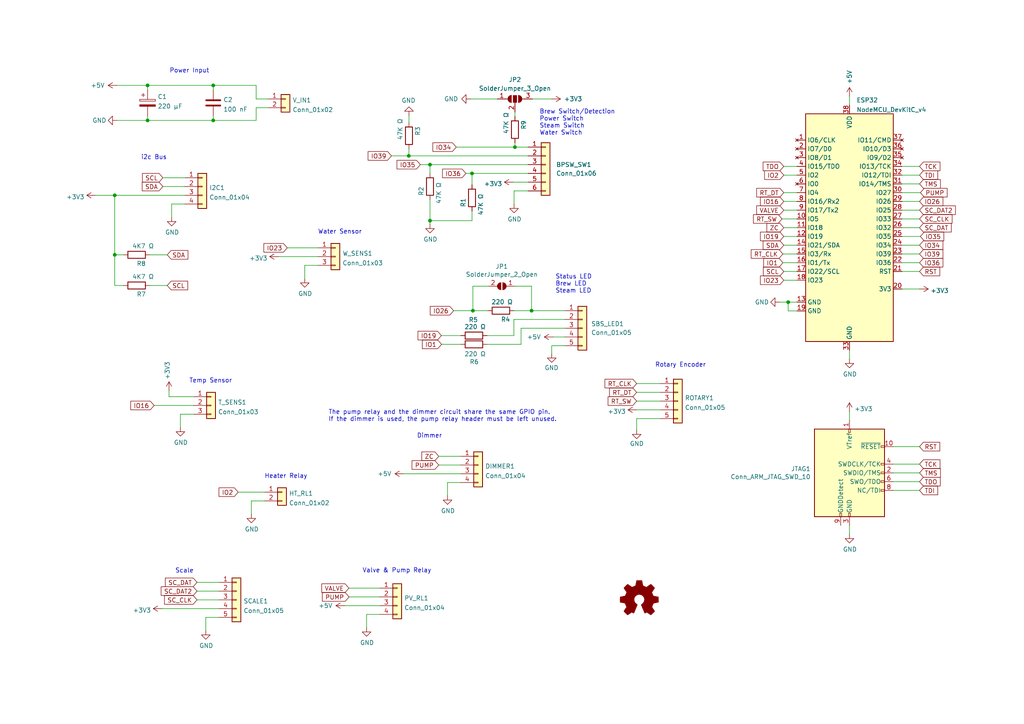
<source format=kicad_sch>
(kicad_sch (version 20230121) (generator eeschema)
  (paper "A4")
  (title_block (title "ESP32 Breakout Board") (date "2023-12-26") (rev "1.6") (company "CleverCoffee "))
  (lib_symbols
    (symbol "Conn_01x04_1" (pin_names (offset 1.016) hide)
      (property "Reference" "J" (at 0 5.08 0))
      (property "Value" "Conn_01x04_1" (at 0 -7.62 0))
      (symbol "Conn_01x04_1_1_1"
        (rectangle (start -1.27 -4.953) (end 0 -5.207) (stroke (width 0.1524)))
        (rectangle (start -1.27 -2.413) (end 0 -2.667) (stroke (width 0.1524)))
        (rectangle (start -1.27 0.127) (end 0 -0.127) (stroke (width 0.1524)))
        (rectangle (start -1.27 2.667) (end 0 2.413) (stroke (width 0.1524)))
        (rectangle (start -1.27 3.81) (end 1.27 -6.35) (stroke (width 0.254)) (fill (type background)))
        (pin passive line (at -5.08 2.54 0) (length 3.81) (name "Pin_1") (number "1"))
        (pin passive line (at -5.08 0 0) (length 3.81) (name "Pin_2") (number "2"))
        (pin passive line (at -5.08 -2.54 0) (length 3.81) (name "Pin_3") (number "3"))
        (pin passive line (at -5.08 -5.08 0) (length 3.81) (name "Pin_4") (number "4"))
      )
    )
    (symbol "Connector:Conn_ARM_JTAG_SWD_10" (pin_names (offset 1.016))
      (property "Reference" "J" (at -2.54 16.51 0))
      (property "Value" "Conn_ARM_JTAG_SWD_10" (at -2.54 13.97 0))
      (symbol "Conn_ARM_JTAG_SWD_10_0_1"
        (rectangle (start -10.16 12.7) (end 10.16 -12.7) (stroke (width 0.254)) (fill (type background)))
        (rectangle (start -2.794 -12.7) (end -2.286 -11.684))
        (rectangle (start -0.254 -12.7) (end 0.254 -11.684))
        (rectangle (start -0.254 12.7) (end 0.254 11.684))
        (rectangle (start 9.144 2.286) (end 10.16 2.794))
        (rectangle (start 10.16 -2.794) (end 9.144 -2.286))
        (rectangle (start 10.16 -0.254) (end 9.144 0.254))
        (rectangle (start 10.16 7.874) (end 9.144 7.366))
      )
      (symbol "Conn_ARM_JTAG_SWD_10_1_1"
        (rectangle (start 9.144 -5.334) (end 10.16 -4.826))
        (pin power_in line (at 0 15.24 270) (length 2.54) (name "VTref") (number "1"))
        (pin open_collector line (at 12.7 7.62 180) (length 2.54) (name "~{RESET}") (number "10"))
        (pin bidirectional line (at 12.7 0 180) (length 2.54) (name "SWDIO/TMS") (number "2"))
        (pin power_in line (at 0 -15.24 90) (length 2.54) (name "GND") (number "3"))
        (pin output line (at 12.7 2.54 180) (length 2.54) (name "SWDCLK/TCK") (number "4"))
        (pin passive line (at 0 -15.24 90) (length 2.54) hide (name "GND") (number "5"))
        (pin input line (at 12.7 -2.54 180) (length 2.54) (name "SWO/TDO") (number "6"))
        (pin no_connect line (at -10.16 0 0) (length 2.54) hide (name "KEY") (number "7"))
        (pin output line (at 12.7 -5.08 180) (length 2.54) (name "NC/TDI") (number "8"))
        (pin passive line (at -2.54 -15.24 90) (length 2.54) (name "GNDDetect") (number "9"))
      )
    )
    (symbol "Connector_Generic:Conn_01x02" (pin_names (offset 1.016) hide)
      (property "Reference" "J" (at 0 2.54 0))
      (property "Value" "Conn_01x02" (at 0 -5.08 0))
      (symbol "Conn_01x02_1_1"
        (rectangle (start -1.27 -2.413) (end 0 -2.667) (stroke (width 0.1524)))
        (rectangle (start -1.27 0.127) (end 0 -0.127) (stroke (width 0.1524)))
        (rectangle (start -1.27 1.27) (end 1.27 -3.81) (stroke (width 0.254)) (fill (type background)))
        (pin passive line (at -5.08 0 0) (length 3.81) (name "Pin_1") (number "1"))
        (pin passive line (at -5.08 -2.54 0) (length 3.81) (name "Pin_2") (number "2"))
      )
    )
    (symbol "Connector_Generic:Conn_01x03" (pin_names (offset 1.016) hide)
      (property "Reference" "J" (at 0 5.08 0))
      (property "Value" "Conn_01x03" (at 0 -5.08 0))
      (symbol "Conn_01x03_1_1"
        (rectangle (start -1.27 -2.413) (end 0 -2.667) (stroke (width 0.1524)))
        (rectangle (start -1.27 0.127) (end 0 -0.127) (stroke (width 0.1524)))
        (rectangle (start -1.27 2.667) (end 0 2.413) (stroke (width 0.1524)))
        (rectangle (start -1.27 3.81) (end 1.27 -3.81) (stroke (width 0.254)) (fill (type background)))
        (pin passive line (at -5.08 2.54 0) (length 3.81) (name "Pin_1") (number "1"))
        (pin passive line (at -5.08 0 0) (length 3.81) (name "Pin_2") (number "2"))
        (pin passive line (at -5.08 -2.54 0) (length 3.81) (name "Pin_3") (number "3"))
      )
    )
    (symbol "Connector_Generic:Conn_01x04" (pin_names (offset 1.016) hide)
      (property "Reference" "J" (at 0 5.08 0))
      (property "Value" "Conn_01x04" (at 0 -7.62 0))
      (symbol "Conn_01x04_1_1"
        (rectangle (start -1.27 -4.953) (end 0 -5.207) (stroke (width 0.1524)))
        (rectangle (start -1.27 -2.413) (end 0 -2.667) (stroke (width 0.1524)))
        (rectangle (start -1.27 0.127) (end 0 -0.127) (stroke (width 0.1524)))
        (rectangle (start -1.27 2.667) (end 0 2.413) (stroke (width 0.1524)))
        (rectangle (start -1.27 3.81) (end 1.27 -6.35) (stroke (width 0.254)) (fill (type background)))
        (pin passive line (at -5.08 2.54 0) (length 3.81) (name "Pin_1") (number "1"))
        (pin passive line (at -5.08 0 0) (length 3.81) (name "Pin_2") (number "2"))
        (pin passive line (at -5.08 -2.54 0) (length 3.81) (name "Pin_3") (number "3"))
        (pin passive line (at -5.08 -5.08 0) (length 3.81) (name "Pin_4") (number "4"))
      )
    )
    (symbol "Connector_Generic:Conn_01x05" (pin_names (offset 1.016) hide)
      (property "Reference" "J" (at 0 7.62 0))
      (property "Value" "Conn_01x05" (at 0 -7.62 0))
      (symbol "Conn_01x05_1_1"
        (rectangle (start -1.27 -4.953) (end 0 -5.207) (stroke (width 0.1524)))
        (rectangle (start -1.27 -2.413) (end 0 -2.667) (stroke (width 0.1524)))
        (rectangle (start -1.27 0.127) (end 0 -0.127) (stroke (width 0.1524)))
        (rectangle (start -1.27 2.667) (end 0 2.413) (stroke (width 0.1524)))
        (rectangle (start -1.27 5.207) (end 0 4.953) (stroke (width 0.1524)))
        (rectangle (start -1.27 6.35) (end 1.27 -6.35) (stroke (width 0.254)) (fill (type background)))
        (pin passive line (at -5.08 5.08 0) (length 3.81) (name "Pin_1") (number "1"))
        (pin passive line (at -5.08 2.54 0) (length 3.81) (name "Pin_2") (number "2"))
        (pin passive line (at -5.08 0 0) (length 3.81) (name "Pin_3") (number "3"))
        (pin passive line (at -5.08 -2.54 0) (length 3.81) (name "Pin_4") (number "4"))
        (pin passive line (at -5.08 -5.08 0) (length 3.81) (name "Pin_5") (number "5"))
      )
    )
    (symbol "Connector_Generic:Conn_01x06" (pin_names (offset 1.016) hide)
      (property "Reference" "J" (at 0 7.62 0))
      (property "Value" "Conn_01x06" (at 0 -10.16 0))
      (symbol "Conn_01x06_1_1"
        (rectangle (start -1.27 -7.493) (end 0 -7.747) (stroke (width 0.1524)))
        (rectangle (start -1.27 -4.953) (end 0 -5.207) (stroke (width 0.1524)))
        (rectangle (start -1.27 -2.413) (end 0 -2.667) (stroke (width 0.1524)))
        (rectangle (start -1.27 0.127) (end 0 -0.127) (stroke (width 0.1524)))
        (rectangle (start -1.27 2.667) (end 0 2.413) (stroke (width 0.1524)))
        (rectangle (start -1.27 5.207) (end 0 4.953) (stroke (width 0.1524)))
        (rectangle (start -1.27 6.35) (end 1.27 -8.89) (stroke (width 0.254)) (fill (type background)))
        (pin passive line (at -5.08 5.08 0) (length 3.81) (name "Pin_1") (number "1"))
        (pin passive line (at -5.08 2.54 0) (length 3.81) (name "Pin_2") (number "2"))
        (pin passive line (at -5.08 0 0) (length 3.81) (name "Pin_3") (number "3"))
        (pin passive line (at -5.08 -2.54 0) (length 3.81) (name "Pin_4") (number "4"))
        (pin passive line (at -5.08 -5.08 0) (length 3.81) (name "Pin_5") (number "5"))
        (pin passive line (at -5.08 -7.62 0) (length 3.81) (name "Pin_6") (number "6"))
      )
    )
    (symbol "Device:C" (pin_numbers hide) (pin_names (offset 0.254))
      (property "Reference" "C" (at 0.635 2.54 0))
      (property "Value" "C" (at 0.635 -2.54 0))
      (symbol "C_0_1"
        (polyline (pts (xy -2.032 -0.762) (xy 2.032 -0.762)) (stroke (width 0.508)))
        (polyline (pts (xy -2.032 0.762) (xy 2.032 0.762)) (stroke (width 0.508)))
      )
      (symbol "C_1_1"
        (pin passive line (at 0 3.81 270) (length 2.794) (name "~") (number "1"))
        (pin passive line (at 0 -3.81 90) (length 2.794) (name "~") (number "2"))
      )
    )
    (symbol "Device:C_Polarized" (pin_numbers hide) (pin_names (offset 0.254))
      (property "Reference" "C" (at 0.635 2.54 0))
      (property "Value" "C_Polarized" (at 0.635 -2.54 0))
      (symbol "C_Polarized_0_1"
        (rectangle (start -2.286 0.508) (end 2.286 1.016))
        (polyline (pts (xy -1.778 2.286) (xy -0.762 2.286)))
        (polyline (pts (xy -1.27 2.794) (xy -1.27 1.778)))
        (rectangle (start 2.286 -0.508) (end -2.286 -1.016) (fill (type outline)))
      )
      (symbol "C_Polarized_1_1"
        (pin passive line (at 0 3.81 270) (length 2.794) (name "~") (number "1"))
        (pin passive line (at 0 -3.81 90) (length 2.794) (name "~") (number "2"))
      )
    )
    (symbol "Device:R" (pin_numbers hide) (pin_names (offset 0))
      (property "Reference" "R" (at 2.032 0 90))
      (property "Value" "R" (at 0 0 90))
      (symbol "R_0_1"
        (rectangle (start -1.016 -2.54) (end 1.016 2.54) (stroke (width 0.254)))
      )
      (symbol "R_1_1"
        (pin passive line (at 0 3.81 270) (length 1.27) (name "~") (number "1"))
        (pin passive line (at 0 -3.81 90) (length 1.27) (name "~") (number "2"))
      )
    )
    (symbol "Graphic:Logo_Open_Hardware_Small" (pin_names (offset 1.016))
      (symbol "Logo_Open_Hardware_Small_0_1"
        (polyline (pts (xy 3.3528 -4.3434) (xy 3.302 -4.318) (xy 3.175 -4.2418) (xy 2.9972 -4.1148) (xy 2.7686 -3.9624) (xy 2.54 -3.81) (xy 2.3622 -3.7084) (xy 2.2352 -3.6068) (xy 2.1844 -3.5814) (xy 2.159 -3.6068) (xy 2.0574 -3.6576) (xy 1.905 -3.7338) (xy 1.8034 -3.7846) (xy 1.6764 -3.8354) (xy 1.6002 -3.8354) (xy 1.6002 -3.8354) (xy 1.5494 -3.7338) (xy 1.4732 -3.5306) (xy 1.3462 -3.302) (xy 1.2446 -3.0226) (xy 1.1176 -2.7178) (xy 0.9652 -2.413) (xy 0.8636 -2.1082) (xy 0.7366 -1.8288) (xy 0.6604 -1.6256) (xy 0.6096 -1.4732) (xy 0.5842 -1.397) (xy 0.5842 -1.397) (xy 0.6604 -1.3208) (xy 0.7874 -1.2446) (xy 1.0414 -1.016) (xy 1.2954 -0.6858) (xy 1.4478 -0.3302) (xy 1.524 0.0762) (xy 1.4732 0.4572) (xy 1.3208 0.8128) (xy 1.0668 1.143) (xy 0.762 1.3716) (xy 0.4064 1.524) (xy 0 1.5748) (xy -0.381 1.5494) (xy -0.7366 1.397) (xy -1.0668 1.143) (xy -1.2192 0.9906) (xy -1.397 0.6604) (xy -1.524 0.3048) (xy -1.524 0.2286) (xy -1.4986 -0.1778) (xy -1.397 -0.5334) (xy -1.1938 -0.8636) (xy -0.9144 -1.143) (xy -0.8636 -1.1684) (xy -0.7366 -1.27) (xy -0.635 -1.3462) (xy -0.5842 -1.397) (xy -1.0668 -2.5908) (xy -1.143 -2.794) (xy -1.2954 -3.1242) (xy -1.397 -3.4036) (xy -1.4986 -3.6322) (xy -1.5748 -3.7846) (xy -1.6002 -3.8354) (xy -1.6002 -3.8354) (xy -1.651 -3.8354) (xy -1.7272 -3.81) (xy -1.905 -3.7338) (xy -2.0066 -3.683) (xy -2.1336 -3.6068) (xy -2.2098 -3.5814) (xy -2.2606 -3.6068) (xy -2.3622 -3.683) (xy -2.54 -3.81) (xy -2.7686 -3.9624) (xy -2.9718 -4.0894) (xy -3.1496 -4.2164) (xy -3.302 -4.318) (xy -3.3528 -4.3434) (xy -3.3782 -4.3434) (xy -3.429 -4.318) (xy -3.5306 -4.2164) (xy -3.7084 -4.064) (xy -3.937 -3.8354) (xy -3.9624 -3.81) (xy -4.1656 -3.6068) (xy -4.318 -3.4544) (xy -4.4196 -3.3274) (xy -4.445 -3.2766) (xy -4.445 -3.2766) (xy -4.4196 -3.2258) (xy -4.318 -3.0734) (xy -4.2164 -2.8956) (xy -4.064 -2.667) (xy -3.6576 -2.0828) (xy -3.8862 -1.5494) (xy -3.937 -1.3716) (xy -4.0386 -1.1684) (xy -4.0894 -1.0414) (xy -4.1148 -0.9652) (xy -4.191 -0.9398) (xy -4.318 -0.9144) (xy -4.5466 -0.8636) (xy -4.8006 -0.8128) (xy -5.0546 -0.7874) (xy -5.2578 -0.7366) (xy -5.4356 -0.7112) (xy -5.5118 -0.6858) (xy -5.5118 -0.6858) (xy -5.5372 -0.635) (xy -5.5372 -0.5588) (xy -5.5372 -0.4318) (xy -5.5626 -0.2286) (xy -5.5626 0.0762) (xy -5.5626 0.127) (xy -5.5372 0.4064) (xy -5.5372 0.635) (xy -5.5372 0.762) (xy -5.5372 0.8382) (xy -5.5372 0.8382) (xy -5.461 0.8382) (xy -5.3086 0.889) (xy -5.08 0.9144) (xy -4.826 0.9652) (xy -4.8006 0.9906) (xy -4.5466 1.0414) (xy -4.318 1.0668) (xy -4.1656 1.1176) (xy -4.0894 1.143) (xy -4.0894 1.143) (xy -4.0386 1.2446) (xy -3.9624 1.4224) (xy -3.8608 1.6256) (xy -3.7846 1.8288) (xy -3.7084 2.0066) (xy -3.6576 2.159) (xy -3.6322 2.2098) (xy -3.6322 2.2098) (xy -3.683 2.286) (xy -3.7592 2.413) (xy -3.8862 2.5908) (xy -4.064 2.8194) (xy -4.064 2.8448) (xy -4.2164 3.0734) (xy -4.3434 3.2512) (xy -4.4196 3.3782) (xy -4.445 3.4544) (xy -4.445 3.4544) (xy -4.3942 3.5052) (xy -4.2926 3.6322) (xy -4.1148 3.81) (xy -3.937 4.0132) (xy -3.8608 4.064) (xy -3.6576 4.2926) (xy -3.5052 4.4196) (xy -3.4036 4.4958) (xy -3.3528 4.5212) (xy -3.3528 4.5212) (xy -3.302 4.4704) (xy -3.1496 4.3688) (xy -2.9718 4.2418) (xy -2.7432 4.0894) (xy -2.7178 4.0894) (xy -2.4892 3.937) (xy -2.3114 3.81) (xy -2.1844 3.7084) (xy -2.1336 3.683) (xy -2.1082 3.683) (xy -2.032 3.7084) (xy -1.8542 3.7592) (xy -1.6764 3.8354) (xy -1.4732 3.937) (xy -1.27 4.0132) (xy -1.143 4.064) (xy -1.0668 4.1148) (xy -1.0668 4.1148) (xy -1.0414 4.191) (xy -1.016 4.3434) (xy -0.9652 4.572) (xy -0.9144 4.8514) (xy -0.889 4.9022) (xy -0.8382 5.1562) (xy -0.8128 5.3848) (xy -0.7874 5.5372) (xy -0.762 5.588) (xy -0.7112 5.6134) (xy -0.5842 5.6134) (xy -0.4064 5.6134) (xy -0.1524 5.6134) (xy 0.0762 5.6134) (xy 0.3302 5.6134) (xy 0.5334 5.6134) (xy 0.6858 5.588) (xy 0.7366 5.588) (xy 0.7366 5.588) (xy 0.762 5.5118) (xy 0.8128 5.334) (xy 0.8382 5.1054) (xy 0.9144 4.826) (xy 0.9144 4.7752) (xy 0.9652 4.5212) (xy 1.016 4.2926) (xy 1.0414 4.1402) (xy 1.0668 4.0894) (xy 1.0668 4.0894) (xy 1.1938 4.0386) (xy 1.3716 3.9624) (xy 1.5748 3.8608) (xy 2.0828 3.6576) (xy 2.7178 4.0894) (xy 2.7686 4.1402) (xy 2.9972 4.2926) (xy 3.175 4.4196) (xy 3.302 4.4958) (xy 3.3782 4.5212) (xy 3.3782 4.5212) (xy 3.429 4.4704) (xy 3.556 4.3434) (xy 3.7338 4.191) (xy 3.9116 3.9878) (xy 4.064 3.8354) (xy 4.2418 3.6576) (xy 4.3434 3.556) (xy 4.4196 3.4798) (xy 4.4196 3.429) (xy 4.4196 3.4036) (xy 4.3942 3.3274) (xy 4.2926 3.2004) (xy 4.1656 2.9972) (xy 4.0132 2.794) (xy 3.8862 2.5908) (xy 3.7592 2.3876) (xy 3.6576 2.2352) (xy 3.6322 2.159) (xy 3.6322 2.1336) (xy 3.683 2.0066) (xy 3.7592 1.8288) (xy 3.8608 1.6002) (xy 4.064 1.1176) (xy 4.3942 1.0414) (xy 4.5974 1.016) (xy 4.8768 0.9652) (xy 5.1308 0.9144) (xy 5.5372 0.8382) (xy 5.5626 -0.6604) (xy 5.4864 -0.6858) (xy 5.4356 -0.6858) (xy 5.2832 -0.7366) (xy 5.0546 -0.762) (xy 4.8006 -0.8128) (xy 4.5974 -0.8636) (xy 4.3688 -0.9144) (xy 4.2164 -0.9398) (xy 4.1402 -0.9398) (xy 4.1148 -0.9652) (xy 4.064 -1.0668) (xy 3.9878 -1.2446) (xy 3.9116 -1.4478) (xy 3.81 -1.651) (xy 3.7338 -1.8542) (xy 3.683 -2.0066) (xy 3.6576 -2.0828) (xy 3.683 -2.1336) (xy 3.7846 -2.2606) (xy 3.8862 -2.4638) (xy 4.0386 -2.667) (xy 4.191 -2.8956) (xy 4.318 -3.0734) (xy 4.3942 -3.2004) (xy 4.445 -3.2766) (xy 4.4196 -3.3274) (xy 4.3434 -3.429) (xy 4.1656 -3.5814) (xy 3.937 -3.8354) (xy 3.8862 -3.8608) (xy 3.683 -4.064) (xy 3.5306 -4.2164) (xy 3.4036 -4.318) (xy 3.3528 -4.3434)) (fill (type outline)))
      )
    )
    (symbol "Jumper:SolderJumper_2_Open" (pin_names (offset 0) hide)
      (property "Reference" "JP" (at 0 2.032 0))
      (property "Value" "SolderJumper_2_Open" (at 0 -2.54 0))
      (symbol "SolderJumper_2_Open_0_1"
        (arc (start -0.254 1.016) (mid -1.2656 0) (end -0.254 -1.016))
        (arc (start -0.254 1.016) (mid -1.2656 0) (end -0.254 -1.016) (fill (type outline)))
        (polyline (pts (xy -0.254 1.016) (xy -0.254 -1.016)))
        (polyline (pts (xy 0.254 1.016) (xy 0.254 -1.016)))
        (arc (start 0.254 -1.016) (mid 1.2656 0) (end 0.254 1.016))
        (arc (start 0.254 -1.016) (mid 1.2656 0) (end 0.254 1.016) (fill (type outline)))
      )
      (symbol "SolderJumper_2_Open_1_1"
        (pin passive line (at -3.81 0 0) (length 2.54) (name "A") (number "1"))
        (pin passive line (at 3.81 0 180) (length 2.54) (name "B") (number "2"))
      )
    )
    (symbol "Jumper:SolderJumper_3_Open" (pin_names (offset 0) hide)
      (property "Reference" "JP" (at -2.54 -2.54 0))
      (property "Value" "SolderJumper_3_Open" (at 0 2.794 0))
      (symbol "SolderJumper_3_Open_0_1"
        (arc (start -1.016 1.016) (mid -2.0276 0) (end -1.016 -1.016))
        (arc (start -1.016 1.016) (mid -2.0276 0) (end -1.016 -1.016) (fill (type outline)))
        (rectangle (start -0.508 1.016) (end 0.508 -1.016) (fill (type outline)))
        (polyline (pts (xy -2.54 0) (xy -2.032 0)))
        (polyline (pts (xy -1.016 1.016) (xy -1.016 -1.016)))
        (polyline (pts (xy 0 -1.27) (xy 0 -1.016)))
        (polyline (pts (xy 1.016 1.016) (xy 1.016 -1.016)))
        (polyline (pts (xy 2.54 0) (xy 2.032 0)))
        (arc (start 1.016 -1.016) (mid 2.0276 0) (end 1.016 1.016))
        (arc (start 1.016 -1.016) (mid 2.0276 0) (end 1.016 1.016) (fill (type outline)))
      )
      (symbol "SolderJumper_3_Open_1_1"
        (pin passive line (at -5.08 0 0) (length 2.54) (name "A") (number "1"))
        (pin passive line (at 0 -3.81 90) (length 2.54) (name "C") (number "2"))
        (pin passive line (at 5.08 0 180) (length 2.54) (name "B") (number "3"))
      )
    )
    (symbol "MCU_Espressif:NodeMCU_DevKitC_v4"
      (property "Reference" "ESP32" (at 2.0194 36.9865 0))
      (property "Value" "NodeMCU_DevKitC_v4" (at 2.0194 34.2114 0))
      (symbol "NodeMCU_DevKitC_v4_0_1"
        (rectangle (start -12.7 33.02) (end 12.7 -33.02) (stroke (width 0.254)) (fill (type background)))
      )
      (symbol "NodeMCU_DevKitC_v4_1_1"
        (pin no_connect line (at -15.24 25.4 0) (length 2.54) (name "IO6/CLK") (number "1"))
        (pin bidirectional line (at -15.24 2.54 0) (length 2.54) (name "IO5") (number "10"))
        (pin bidirectional line (at -15.24 0 0) (length 2.54) (name "IO18") (number "11"))
        (pin bidirectional line (at -15.24 -2.54 0) (length 2.54) (name "IO19") (number "12"))
        (pin power_in line (at -15.24 -21.59 0) (length 2.54) (name "GND") (number "13"))
        (pin bidirectional line (at -15.24 -5.08 0) (length 2.54) (name "IO21/SDA") (number "14"))
        (pin bidirectional line (at -15.24 -7.62 0) (length 2.54) (name "IO3/Rx") (number "15"))
        (pin bidirectional line (at -15.24 -10.16 0) (length 2.54) (name "IO1/Tx") (number "16"))
        (pin bidirectional line (at -15.24 -12.7 0) (length 2.54) (name "IO22/SCL") (number "17"))
        (pin bidirectional line (at -15.24 -15.24 0) (length 2.54) (name "IO23") (number "18"))
        (pin power_in line (at -15.24 -24.13 0) (length 2.54) (name "GND") (number "19"))
        (pin no_connect line (at -15.24 22.86 0) (length 2.54) (name "IO7/D0") (number "2"))
        (pin power_out line (at 15.24 -17.78 180) (length 2.54) (name "3V3") (number "20"))
        (pin input line (at 15.24 -12.7 180) (length 2.54) (name "RST") (number "21"))
        (pin bidirectional line (at 15.24 -10.16 180) (length 2.54) (name "IO36") (number "22"))
        (pin bidirectional line (at 15.24 -7.62 180) (length 2.54) (name "IO39") (number "23"))
        (pin bidirectional line (at 15.24 -5.08 180) (length 2.54) (name "IO34") (number "24"))
        (pin bidirectional line (at 15.24 -2.54 180) (length 2.54) (name "IO35") (number "25"))
        (pin bidirectional line (at 15.24 0 180) (length 2.54) (name "IO32") (number "26"))
        (pin bidirectional line (at 15.24 2.54 180) (length 2.54) (name "IO33") (number "27"))
        (pin bidirectional line (at 15.24 5.08 180) (length 2.54) (name "IO25") (number "28"))
        (pin bidirectional line (at 15.24 7.62 180) (length 2.54) (name "IO26") (number "29"))
        (pin no_connect line (at -15.24 20.32 0) (length 2.54) (name "IO8/D1") (number "3"))
        (pin bidirectional line (at 15.24 10.16 180) (length 2.54) (name "IO27") (number "30"))
        (pin bidirectional line (at 15.24 12.7 180) (length 2.54) (name "IO14/TMS") (number "31"))
        (pin bidirectional line (at 15.24 15.24 180) (length 2.54) (name "IO12/TDI") (number "32"))
        (pin power_in line (at 0 -35.56 90) (length 2.54) (name "GND") (number "33"))
        (pin bidirectional line (at 15.24 17.78 180) (length 2.54) (name "IO13/TCK") (number "34"))
        (pin no_connect line (at 15.24 20.32 180) (length 2.54) (name "IO9/D2") (number "35"))
        (pin no_connect line (at 15.24 22.86 180) (length 2.54) (name "IO10/D3") (number "36"))
        (pin no_connect line (at 15.24 25.4 180) (length 2.54) (name "IO11/CMD") (number "37"))
        (pin power_in line (at 0 35.56 270) (length 2.54) (name "VDD") (number "38"))
        (pin bidirectional line (at -15.24 17.78 0) (length 2.54) (name "IO15/TDO") (number "4"))
        (pin bidirectional line (at -15.24 15.24 0) (length 2.54) (name "IO2") (number "5"))
        (pin no_connect line (at -15.24 12.7 0) (length 2.54) (name "IO0") (number "6"))
        (pin bidirectional line (at -15.24 10.16 0) (length 2.54) (name "IO4") (number "7"))
        (pin bidirectional line (at -15.24 7.62 0) (length 2.54) (name "IO16/Rx2") (number "8"))
        (pin bidirectional line (at -15.24 5.08 0) (length 2.54) (name "IO17/Tx2") (number "9"))
      )
    )
    (symbol "power:+3.3V" (power) (pin_names (offset 0))
      (property "Value" "+3.3V" (at 0 3.556 0))
      (symbol "+3.3V_0_1"
        (polyline (pts (xy -0.762 1.27) (xy 0 2.54)))
        (polyline (pts (xy 0 0) (xy 0 2.54)))
        (polyline (pts (xy 0 2.54) (xy 0.762 1.27)))
      )
      (symbol "+3.3V_1_1"
        (pin power_in line (at 0 0 90) (length 0) hide (name "+3V3") (number "1"))
      )
    )
    (symbol "power:+5V" (power) (pin_names (offset 0))
      (property "Value" "+5V" (at 0 3.556 0))
      (symbol "+5V_0_1"
        (polyline (pts (xy -0.762 1.27) (xy 0 2.54)))
        (polyline (pts (xy 0 0) (xy 0 2.54)))
        (polyline (pts (xy 0 2.54) (xy 0.762 1.27)))
      )
      (symbol "+5V_1_1"
        (pin power_in line (at 0 0 90) (length 0) hide (name "+5V") (number "1"))
      )
    )
    (symbol "power:GND" (power) (pin_names (offset 0))
      (property "Value" "GND" (at 0 -3.81 0))
      (symbol "GND_0_1"
        (polyline (pts (xy 0 0) (xy 0 -1.27) (xy 1.27 -1.27) (xy 0 -2.54) (xy -1.27 -1.27) (xy 0 -1.27)))
      )
      (symbol "GND_1_1"
        (pin power_in line (at 0 0 270) (length 0) hide (name "GND") (number "1"))
      )
    )
  )
  (junction (at 124.714 64.008))
  (junction (at 228.6 87.63))
  (junction (at 61.849 34.925))
  (junction (at 136.906 50.292))
  (junction (at 137.16 90.1192))
  (junction (at 118.5672 45.212))
  (junction (at 149.352 42.672))
  (junction (at 61.849 24.765))
  (junction (at 33.274 73.914))
  (junction (at 42.799 24.765))
  (junction (at 124.714 47.752))
  (junction (at 42.799 34.925))
  (junction (at 33.274 56.642))
  (junction (at 154.178 90.1192))
  (wire (pts (xy 118.618 43.18) (xy 118.5672 45.212)))
  (wire (pts (xy 131.572 90.1192) (xy 137.16 90.1192)))
  (wire (pts (xy 83.312 71.882) (xy 92.202 71.882)))
  (wire (pts (xy 59.69 179.07) (xy 59.69 182.88)))
  (wire (pts (xy 44.704 117.602) (xy 56.134 117.602)))
  (wire (pts (xy 191.516 111.252) (xy 184.658 111.252)))
  (wire (pts (xy 226.06 87.63) (xy 228.6 87.63)))
  (wire (pts (xy 33.274 73.914) (xy 33.274 82.804)))
  (wire (pts (xy 154.178 83.0072) (xy 154.178 90.1192)))
  (wire (pts (xy 151.13 95.1992) (xy 163.83 95.1992)))
  (wire (pts (xy 99.9744 175.6664) (xy 110.1344 175.6664)))
  (wire (pts (xy 77.724 31.242) (xy 74.295 31.242)))
  (wire (pts (xy 61.849 24.765) (xy 61.849 26.035)))
  (wire (pts (xy 88.392 76.962) (xy 92.202 76.962)))
  (wire (pts (xy 137.16 83.0072) (xy 137.16 90.1192)))
  (wire (pts (xy 184.658 116.332) (xy 191.516 116.332)))
  (wire (pts (xy 47.244 54.102) (xy 53.594 54.102)))
  (wire (pts (xy 42.799 34.925) (xy 61.849 34.925)))
  (wire (pts (xy 33.274 73.914) (xy 35.814 73.914)))
  (wire (pts (xy 246.38 101.6) (xy 246.38 104.14)))
  (wire (pts (xy 136.906 64.008) (xy 124.714 64.008)))
  (wire (pts (xy 88.392 80.772) (xy 88.392 76.962)))
  (wire (pts (xy 74.295 24.765) (xy 74.295 28.702)))
  (wire (pts (xy 43.434 82.804) (xy 48.514 82.804)))
  (wire (pts (xy 49.022 115.062) (xy 49.022 113.284)))
  (wire (pts (xy 163.83 100.2792) (xy 160.02 100.2792)))
  (wire (pts (xy 154.432 28.702) (xy 160.02 28.702)))
  (wire (pts (xy 259.08 137.16) (xy 266.7 137.16)))
  (wire (pts (xy 42.799 24.765) (xy 42.799 26.035)))
  (wire (pts (xy 61.849 33.655) (xy 61.849 34.925)))
  (wire (pts (xy 153.162 55.372) (xy 149.098 55.372)))
  (wire (pts (xy 259.08 134.62) (xy 266.7 134.62)))
  (wire (pts (xy 228.6 87.63) (xy 231.14 87.63)))
  (wire (pts (xy 246.38 27.94) (xy 246.38 30.48)))
  (wire (pts (xy 149.352 42.672) (xy 153.162 42.672)))
  (wire (pts (xy 227.33 50.8) (xy 231.14 50.8)))
  (wire (pts (xy 57.15 171.45) (xy 63.5 171.45)))
  (wire (pts (xy 42.799 33.655) (xy 42.799 34.925)))
  (wire (pts (xy 57.15 173.99) (xy 63.5 173.99)))
  (wire (pts (xy 261.62 50.8) (xy 266.7 50.8)))
  (wire (pts (xy 106.3244 182.0164) (xy 106.3244 178.2064)))
  (wire (pts (xy 49.784 59.182) (xy 49.784 62.992)))
  (wire (pts (xy 77.724 28.702) (xy 74.295 28.702)))
  (wire (pts (xy 184.7088 118.872) (xy 191.516 118.872)))
  (wire (pts (xy 226.822 63.5) (xy 231.14 63.5)))
  (wire (pts (xy 227.33 68.58) (xy 231.14 68.58)))
  (wire (pts (xy 227.33 71.12) (xy 231.14 71.12)))
  (wire (pts (xy 52.324 120.142) (xy 56.134 120.142)))
  (wire (pts (xy 76.708 145.288) (xy 72.898 145.288)))
  (wire (pts (xy 184.658 121.412) (xy 184.658 124.714)))
  (wire (pts (xy 227.076 76.2) (xy 231.14 76.2)))
  (wire (pts (xy 148.844 52.832) (xy 153.162 52.832)))
  (wire (pts (xy 261.62 60.96) (xy 266.7 60.96)))
  (wire (pts (xy 101.2444 173.1264) (xy 110.1344 173.1264)))
  (wire (pts (xy 261.62 58.42) (xy 266.7 58.42)))
  (wire (pts (xy 261.62 53.34) (xy 266.7 53.34)))
  (wire (pts (xy 149.098 90.1192) (xy 154.178 90.1192)))
  (wire (pts (xy 46.99 176.53) (xy 63.5 176.53)))
  (wire (pts (xy 261.62 48.26) (xy 266.7 48.26)))
  (wire (pts (xy 227.33 55.88) (xy 231.14 55.88)))
  (wire (pts (xy 160.4264 97.7392) (xy 163.83 97.7392)))
  (wire (pts (xy 141.2748 99.8728) (xy 151.13 99.8728)))
  (wire (pts (xy 259.08 142.24) (xy 266.7 142.24)))
  (wire (pts (xy 74.295 24.765) (xy 61.849 24.765)))
  (wire (pts (xy 33.909 24.765) (xy 42.799 24.765)))
  (wire (pts (xy 227.33 58.42) (xy 231.14 58.42)))
  (wire (pts (xy 118.5672 45.212) (xy 153.162 45.212)))
  (wire (pts (xy 261.62 55.88) (xy 266.954 55.88)))
  (wire (pts (xy 113.538 45.212) (xy 118.5672 45.212)))
  (wire (pts (xy 149.0472 97.3328) (xy 141.2748 97.3328)))
  (wire (pts (xy 141.732 83.0072) (xy 137.16 83.0072)))
  (wire (pts (xy 135.128 50.292) (xy 136.906 50.292)))
  (wire (pts (xy 137.16 90.1192) (xy 141.478 90.1192)))
  (wire (pts (xy 261.62 63.5) (xy 266.7 63.5)))
  (wire (pts (xy 80.772 74.422) (xy 92.202 74.422)))
  (wire (pts (xy 127.254 132.334) (xy 133.604 132.334)))
  (wire (pts (xy 43.434 73.914) (xy 48.514 73.914)))
  (wire (pts (xy 121.92 47.752) (xy 124.714 47.752)))
  (wire (pts (xy 246.38 119.38) (xy 246.38 121.92)))
  (wire (pts (xy 69.088 142.748) (xy 76.708 142.748)))
  (wire (pts (xy 124.714 57.912) (xy 124.714 64.008)))
  (wire (pts (xy 127.254 134.874) (xy 133.604 134.874)))
  (wire (pts (xy 261.62 68.58) (xy 266.954 68.58)))
  (wire (pts (xy 136.906 50.292) (xy 153.162 50.292)))
  (wire (pts (xy 129.794 139.954) (xy 133.604 139.954)))
  (wire (pts (xy 74.295 34.925) (xy 61.849 34.925)))
  (wire (pts (xy 118.618 35.56) (xy 118.618 33.528)))
  (wire (pts (xy 259.08 139.7) (xy 266.7 139.7)))
  (wire (pts (xy 149.352 41.402) (xy 149.352 42.672)))
  (wire (pts (xy 227.33 48.26) (xy 231.14 48.26)))
  (wire (pts (xy 261.62 78.74) (xy 266.7 78.74)))
  (wire (pts (xy 49.784 59.182) (xy 53.594 59.182)))
  (wire (pts (xy 160.02 100.2792) (xy 160.02 102.5652)))
  (wire (pts (xy 227.33 60.96) (xy 231.14 60.96)))
  (wire (pts (xy 33.274 56.642) (xy 53.594 56.642)))
  (wire (pts (xy 246.38 152.4) (xy 246.38 154.94)))
  (wire (pts (xy 227.33 81.28) (xy 231.14 81.28)))
  (wire (pts (xy 57.15 168.91) (xy 63.5 168.91)))
  (wire (pts (xy 227.076 73.66) (xy 231.14 73.66)))
  (wire (pts (xy 56.134 115.062) (xy 49.022 115.062)))
  (wire (pts (xy 106.3244 178.2064) (xy 110.1344 178.2064)))
  (wire (pts (xy 74.295 31.242) (xy 74.295 34.925)))
  (wire (pts (xy 149.098 55.372) (xy 149.098 59.182)))
  (wire (pts (xy 124.714 47.752) (xy 124.714 50.292)))
  (wire (pts (xy 228.6 90.17) (xy 228.6 87.63)))
  (wire (pts (xy 128.0668 99.8728) (xy 133.6548 99.8728)))
  (wire (pts (xy 136.906 50.292) (xy 136.906 53.594)))
  (wire (pts (xy 261.62 83.82) (xy 266.7 83.82)))
  (wire (pts (xy 117.094 137.414) (xy 133.604 137.414)))
  (wire (pts (xy 47.244 51.562) (xy 53.594 51.562)))
  (wire (pts (xy 124.714 47.752) (xy 153.162 47.752)))
  (wire (pts (xy 261.62 71.12) (xy 266.7 71.12)))
  (wire (pts (xy 124.714 64.008) (xy 124.714 65.024)))
  (wire (pts (xy 151.13 99.8728) (xy 151.13 95.1992)))
  (wire (pts (xy 33.909 34.925) (xy 42.799 34.925)))
  (wire (pts (xy 59.69 179.07) (xy 63.5 179.07)))
  (wire (pts (xy 27.686 56.642) (xy 33.274 56.642)))
  (wire (pts (xy 231.14 90.17) (xy 228.6 90.17)))
  (wire (pts (xy 136.4488 28.702) (xy 144.272 28.702)))
  (wire (pts (xy 33.274 56.642) (xy 33.274 73.914)))
  (wire (pts (xy 149.0472 92.6592) (xy 149.0472 97.3328)))
  (wire (pts (xy 149.352 83.0072) (xy 154.178 83.0072)))
  (wire (pts (xy 132.334 42.672) (xy 149.352 42.672)))
  (wire (pts (xy 128.016 97.3328) (xy 133.6548 97.3328)))
  (wire (pts (xy 136.906 61.214) (xy 136.906 64.008)))
  (wire (pts (xy 227.33 66.04) (xy 231.14 66.04)))
  (wire (pts (xy 149.352 32.512) (xy 149.352 33.782)))
  (wire (pts (xy 154.178 90.1192) (xy 163.83 90.1192)))
  (wire (pts (xy 101.1936 170.5864) (xy 110.1344 170.5864)))
  (wire (pts (xy 33.274 82.804) (xy 35.814 82.804)))
  (wire (pts (xy 191.516 121.412) (xy 184.658 121.412)))
  (wire (pts (xy 259.08 129.54) (xy 266.7 129.54)))
  (wire (pts (xy 163.83 92.6592) (xy 149.0472 92.6592)))
  (wire (pts (xy 227.33 78.74) (xy 231.14 78.74)))
  (wire (pts (xy 52.324 123.952) (xy 52.324 120.142)))
  (wire (pts (xy 261.62 76.2) (xy 266.7 76.2)))
  (wire (pts (xy 72.898 145.288) (xy 72.898 149.098)))
  (wire (pts (xy 261.62 66.04) (xy 266.7 66.04)))
  (wire (pts (xy 184.658 113.792) (xy 191.516 113.792)))
  (wire (pts (xy 129.794 139.954) (xy 129.794 143.764)))
  (wire (pts (xy 261.62 73.66) (xy 266.7 73.66)))
  (wire (pts (xy 42.799 24.765) (xy 61.849 24.765)))
  (text "i2c Bus\n" (at 40.894 46.482 0) (effects (font (size 1.27 1.27)) (justify left bottom)))
  (text "Brew Switch/Detection\nPower Switch\nSteam Switch\nWater Switch\n" (at 156.464 39.37 0) (effects (font (size 1.27 1.27)) (justify left bottom)))
  (text "The pump relay and the dimmer circuit share the same GPIO pin.\nIf the dimmer is used, the pump relay header must be left unused." (at 95.25 122.428 0) (effects (font (size 1.27 1.27)) (justify left bottom)))
  (text "Temp Sensor\n" (at 54.864 111.252 0) (effects (font (size 1.27 1.27)) (justify left bottom)))
  (text "Rotary Encoder" (at 189.992 106.68 0) (effects (font (size 1.27 1.27)) (justify left bottom)))
  (text "Heater Relay" (at 76.708 138.938 0) (effects (font (size 1.27 1.27)) (justify left bottom)))
  (text "Scale\n" (at 50.8 166.37 0) (effects (font (size 1.27 1.27)) (justify left bottom)))
  (text "Status LED\nBrew LED\nSteam LED" (at 161.0868 85.1916 0) (effects (font (size 1.27 1.27)) (justify left bottom)))
  (text "Dimmer\n" (at 120.904 127.254 0) (effects (font (size 1.27 1.27)) (justify left bottom)))
  (text "Power Input" (at 49.149 21.336 0) (effects (font (size 1.27 1.27)) (justify left bottom)))
  (text "Valve & Pump Relay\n" (at 105.1052 166.3192 0) (effects (font (size 1.27 1.27)) (justify left bottom)))
  (text "Water Sensor\n" (at 92.202 68.072 0) (effects (font (size 1.27 1.27)) (justify left bottom)))
  (global_label "TDO" (shape input) (at 266.7 139.7 0) (property "Intersheetrefs" "${INTERSHEET_REFS}" (effects hide)))
  (global_label "RT_CLK" (shape input) (at 227.076 73.66 180) (property "Intersheetrefs" "${INTERSHEET_REFS}" (effects hide)))
  (global_label "SC_DAT" (shape input) (at 57.15 168.91 180) (property "Intersheetrefs" "${INTERSHEET_REFS}" (effects hide)))
  (global_label "SC_CLK" (shape input) (at 266.7 63.5 0) (property "Intersheetrefs" "${INTERSHEET_REFS}" (effects hide)))
  (global_label "IO1" (shape input) (at 128.0668 99.8728 180) (property "Intersheetrefs" "${INTERSHEET_REFS}" (effects hide)))
  (global_label "IO1" (shape input) (at 227.076 76.2 180) (property "Intersheetrefs" "${INTERSHEET_REFS}" (effects hide)))
  (global_label "IO19" (shape input) (at 128.016 97.3328 180) (property "Intersheetrefs" "${INTERSHEET_REFS}" (effects hide)))
  (global_label "TDI" (shape input) (at 266.7 142.24 0) (property "Intersheetrefs" "${INTERSHEET_REFS}" (effects hide)))
  (global_label "IO39" (shape input) (at 113.538 45.212 180) (property "Intersheetrefs" "${INTERSHEET_REFS}" (effects hide)))
  (global_label "ZC" (shape input) (at 227.33 66.04 180) (property "Intersheetrefs" "${INTERSHEET_REFS}" (effects hide)))
  (global_label "SC_CLK" (shape input) (at 57.15 173.99 180) (property "Intersheetrefs" "${INTERSHEET_REFS}" (effects hide)))
  (global_label "IO35" (shape input) (at 266.954 68.58 0) (property "Intersheetrefs" "${INTERSHEET_REFS}" (effects hide)))
  (global_label "TDI" (shape input) (at 266.7 50.8 0) (property "Intersheetrefs" "${INTERSHEET_REFS}" (effects hide)))
  (global_label "IO2" (shape input) (at 69.088 142.748 180) (property "Intersheetrefs" "${INTERSHEET_REFS}" (effects hide)))
  (global_label "RT_SW" (shape input) (at 184.658 116.332 180) (property "Intersheetrefs" "${INTERSHEET_REFS}" (effects hide)))
  (global_label "RST" (shape input) (at 266.7 129.54 0) (property "Intersheetrefs" "${INTERSHEET_REFS}" (effects hide)))
  (global_label "IO26" (shape input) (at 131.572 90.1192 180) (property "Intersheetrefs" "${INTERSHEET_REFS}" (effects hide)))
  (global_label "PUMP" (shape input) (at 101.2444 173.1264 180) (property "Intersheetrefs" "${INTERSHEET_REFS}" (effects hide)))
  (global_label "IO23" (shape input) (at 227.33 81.28 180) (property "Intersheetrefs" "${INTERSHEET_REFS}" (effects hide)))
  (global_label "SDA" (shape input) (at 47.244 54.102 180) (property "Intersheetrefs" "${INTERSHEET_REFS}" (effects hide)))
  (global_label "RT_SW" (shape input) (at 226.822 63.5 180) (property "Intersheetrefs" "${INTERSHEET_REFS}" (effects hide)))
  (global_label "TDO" (shape input) (at 227.33 48.26 180) (property "Intersheetrefs" "${INTERSHEET_REFS}" (effects hide)))
  (global_label "IO19" (shape input) (at 227.33 68.58 180) (property "Intersheetrefs" "${INTERSHEET_REFS}" (effects hide)))
  (global_label "VALVE" (shape input) (at 101.1936 170.5864 180) (property "Intersheetrefs" "${INTERSHEET_REFS}" (effects hide)))
  (global_label "SDA" (shape input) (at 227.33 71.12 180) (property "Intersheetrefs" "${INTERSHEET_REFS}" (effects hide)))
  (global_label "PUMP" (shape input) (at 127.254 134.874 180) (property "Intersheetrefs" "${INTERSHEET_REFS}" (effects hide)))
  (global_label "IO16" (shape input) (at 227.33 58.42 180) (property "Intersheetrefs" "${INTERSHEET_REFS}" (effects hide)))
  (global_label "SCL" (shape input) (at 47.244 51.562 180) (property "Intersheetrefs" "${INTERSHEET_REFS}" (effects hide)))
  (global_label "TMS" (shape input) (at 266.7 137.16 0) (property "Intersheetrefs" "${INTERSHEET_REFS}" (effects hide)))
  (global_label "SC_DAT2" (shape input) (at 57.15 171.45 180) (property "Intersheetrefs" "${INTERSHEET_REFS}" (effects hide)))
  (global_label "ZC" (shape input) (at 127.254 132.334 180) (property "Intersheetrefs" "${INTERSHEET_REFS}" (effects hide)))
  (global_label "IO23" (shape input) (at 83.312 71.882 180) (property "Intersheetrefs" "${INTERSHEET_REFS}" (effects hide)))
  (global_label "SDA" (shape input) (at 48.514 73.914 0) (property "Intersheetrefs" "${INTERSHEET_REFS}" (effects hide)))
  (global_label "TCK" (shape input) (at 266.7 48.26 0) (property "Intersheetrefs" "${INTERSHEET_REFS}" (effects hide)))
  (global_label "IO39" (shape input) (at 266.7 73.66 0) (property "Intersheetrefs" "${INTERSHEET_REFS}" (effects hide)))
  (global_label "VALVE" (shape input) (at 227.33 60.96 180) (property "Intersheetrefs" "${INTERSHEET_REFS}" (effects hide)))
  (global_label "IO26" (shape input) (at 266.7 58.42 0) (property "Intersheetrefs" "${INTERSHEET_REFS}" (effects hide)))
  (global_label "SC_DAT" (shape input) (at 266.7 66.04 0) (property "Intersheetrefs" "${INTERSHEET_REFS}" (effects hide)))
  (global_label "RT_CLK" (shape input) (at 184.658 111.252 180) (property "Intersheetrefs" "${INTERSHEET_REFS}" (effects hide)))
  (global_label "IO36" (shape input) (at 266.7 76.2 0) (property "Intersheetrefs" "${INTERSHEET_REFS}" (effects hide)))
  (global_label "TCK" (shape input) (at 266.7 134.62 0) (property "Intersheetrefs" "${INTERSHEET_REFS}" (effects hide)))
  (global_label "IO35" (shape input) (at 121.92 47.752 180) (property "Intersheetrefs" "${INTERSHEET_REFS}" (effects hide)))
  (global_label "RST" (shape input) (at 266.7 78.74 0) (property "Intersheetrefs" "${INTERSHEET_REFS}" (effects hide)))
  (global_label "IO2" (shape input) (at 227.33 50.8 180) (property "Intersheetrefs" "${INTERSHEET_REFS}" (effects hide)))
  (global_label "IO34" (shape input) (at 132.334 42.672 180) (property "Intersheetrefs" "${INTERSHEET_REFS}" (effects hide)))
  (global_label "TMS" (shape input) (at 266.7 53.34 0) (property "Intersheetrefs" "${INTERSHEET_REFS}" (effects hide)))
  (global_label "SCL" (shape input) (at 227.33 78.74 180) (property "Intersheetrefs" "${INTERSHEET_REFS}" (effects hide)))
  (global_label "IO16" (shape input) (at 44.704 117.602 180) (property "Intersheetrefs" "${INTERSHEET_REFS}" (effects hide)))
  (global_label "RT_DT" (shape input) (at 184.658 113.792 180) (property "Intersheetrefs" "${INTERSHEET_REFS}" (effects hide)))
  (global_label "IO34" (shape input) (at 266.7 71.12 0) (property "Intersheetrefs" "${INTERSHEET_REFS}" (effects hide)))
  (global_label "RT_DT" (shape input) (at 227.33 55.88 180) (property "Intersheetrefs" "${INTERSHEET_REFS}" (effects hide)))
  (global_label "PUMP" (shape input) (at 266.954 55.88 0) (property "Intersheetrefs" "${INTERSHEET_REFS}" (effects hide)))
  (global_label "IO36" (shape input) (at 135.128 50.292 180) (property "Intersheetrefs" "${INTERSHEET_REFS}" (effects hide)))
  (global_label "SC_DAT2" (shape input) (at 266.7 60.96 0) (property "Intersheetrefs" "${INTERSHEET_REFS}" (effects hide)))
  (global_label "SCL" (shape input) (at 48.514 82.804 0) (property "Intersheetrefs" "${INTERSHEET_REFS}" (effects hide)))
  (symbol (lib_id "Connector_Generic:Conn_01x02") (at 81.788 142.748 0) (unit 1)
    (property "Reference" "HT_RL1" (at 83.82 143.1095 0) (effects (justify left)))
    (property "Value" "Conn_01x02" (at 83.82 145.8846 0) (effects (justify left)))
    (property "Footprint" "Connector_PinSocket_2.54mm:PinSocket_1x02_P2.54mm_Vertical" (effects hide))
  )
  (symbol (lib_id "Device:R") (at 124.714 54.102 180) (unit 1)
    (property "Reference" "R2" (at 122.174 54.102 90) (effects (justify left)))
    (property "Value" "47K Ω" (at 127.254 52.832 90) (effects (justify left)))
    (property "Footprint" "Resistor_SMD:R_1206_3216Metric_Pad1.30x1.75mm_HandSolder" (effects hide))
  )
  (symbol (lib_id "Connector_Generic:Conn_01x03") (at 97.282 74.422 0) (unit 1)
    (property "Reference" "W_SENS1" (at 99.314 73.5135 0) (effects (justify left)))
    (property "Value" "Conn_01x03" (at 99.314 76.2886 0) (effects (justify left)))
    (property "Footprint" "Connector_PinSocket_2.54mm:PinSocket_1x03_P2.54mm_Vertical" (effects hide))
  )
  (symbol (lib_id "power:GND") (at 246.38 104.14 0) (unit 1)
    (property "Reference" "#PWR0114" (effects hide))
    (property "Value" "GND" (at 246.507 108.5342 0))
  )
  (symbol (lib_id "power:+3.3V") (at 49.022 113.284 0) (unit 1)
    (property "Reference" "#PWR0123" (effects hide))
    (property "Value" "+3.3V" (at 48.543 110.109 90) (effects (justify left)))
  )
  (symbol (lib_id "Device:R") (at 118.618 39.37 0) (unit 1)
    (property "Reference" "R3" (at 121.158 39.37 90) (effects (justify left)))
    (property "Value" "47K Ω" (at 116.078 40.64 90) (effects (justify left)))
    (property "Footprint" "Resistor_SMD:R_1206_3216Metric_Pad1.30x1.75mm_HandSolder" (effects hide))
  )
  (symbol (lib_id "Connector_Generic:Conn_01x02") (at 82.804 28.702 0) (unit 1)
    (property "Reference" "V_IN1" (at 84.836 29.0635 0) (effects (justify left)))
    (property "Value" "Conn_01x02" (at 84.836 31.8386 0) (effects (justify left)))
    (property "Footprint" "Connector_PinSocket_2.54mm:PinSocket_1x02_P2.54mm_Vertical" (effects hide))
  )
  (symbol (lib_id "power:GND") (at 106.3244 182.0164 0) (unit 1)
    (property "Reference" "#PWR0129" (effects hide))
    (property "Value" "GND" (at 106.4514 186.4106 0))
  )
  (symbol (lib_id "Connector_Generic:Conn_01x05") (at 68.58 173.99 0) (unit 1)
    (property "Reference" "SCALE1" (at 70.612 174.3515 0) (effects (justify left)))
    (property "Value" "Conn_01x05" (at 70.612 177.1266 0) (effects (justify left)))
    (property "Footprint" "Connector_PinSocket_2.54mm:PinSocket_1x05_P2.54mm_Vertical" (effects hide))
  )
  (symbol (lib_id "Device:C_Polarized") (at 42.799 29.845 0) (unit 1)
    (property "Reference" "C1" (at 45.72 28.0475 0) (effects (justify left)))
    (property "Value" "220 μF" (at 45.72 30.8226 0) (effects (justify left)))
    (property "Footprint" "Capacitor_SMD:CP_Elec_6.3x7.7" (effects hide))
  )
  (symbol (lib_id "Connector_Generic:Conn_01x05") (at 168.91 95.1992 0) (unit 1)
    (property "Reference" "SBS_LED1" (at 171.45 93.9292 0) (effects (justify left)))
    (property "Value" "Conn_01x05" (at 171.45 96.4692 0) (effects (justify left)))
    (property "Footprint" "Connector_PinSocket_2.54mm:PinSocket_1x05_P2.54mm_Vertical" (effects hide))
  )
  (symbol (lib_id "power:+3.3V") (at 46.99 176.53 90) (unit 1)
    (property "Reference" "#PWR0120" (effects hide))
    (property "Value" "+3.3V" (at 43.815 177.009 90) (effects (justify left)))
  )
  (symbol (lib_id "power:+3.3V") (at 266.7 83.82 270) (unit 1)
    (property "Reference" "#PWR0116" (effects hide))
    (property "Value" "+3.3V" (at 269.875 84.299 90) (effects (justify left)))
  )
  (symbol (lib_id "power:GND") (at 72.898 149.098 0) (unit 1)
    (property "Reference" "#PWR0106" (effects hide))
    (property "Value" "GND" (at 73.025 153.4922 0))
  )
  (symbol (lib_id "power:+5V") (at 33.909 24.765 90) (unit 1)
    (property "Reference" "#PWR0119" (effects hide))
    (property "Value" "+5V" (at 26.289 24.765 90) (effects (justify right)))
  )
  (symbol (lib_id "Device:R") (at 137.4648 99.8728 270) (unit 1)
    (property "Reference" "R6" (at 136.1948 104.9528 90) (effects (justify left)))
    (property "Value" "220 Ω" (at 134.6708 102.6668 90) (effects (justify left)))
    (property "Footprint" "Resistor_SMD:R_1206_3216Metric_Pad1.30x1.75mm_HandSolder" (effects hide))
  )
  (symbol (lib_id "power:GND") (at 226.06 87.63 270) (unit 1)
    (property "Reference" "#PWR0115" (effects hide))
    (property "Value" "GND" (at 220.98 87.63 90))
  )
  (symbol (lib_id "power:GND") (at 149.098 59.182 0) (unit 1)
    (property "Reference" "#PWR0127" (effects hide))
    (property "Value" "GND" (at 149.225 63.5762 0))
  )
  (symbol (lib_id "Connector_Generic:Conn_01x05") (at 196.596 116.332 0) (unit 1)
    (property "Reference" "ROTARY1" (at 198.628 115.4235 0) (effects (justify left)))
    (property "Value" "Conn_01x05" (at 198.628 118.1986 0) (effects (justify left)))
    (property "Footprint" "Connector_PinSocket_2.54mm:PinSocket_1x05_P2.54mm_Vertical" (effects hide))
  )
  (symbol (lib_id "power:+3.3V") (at 80.772 74.422 90) (unit 1)
    (property "Reference" "#PWR0134" (effects hide))
    (property "Value" "+3.3V" (at 77.597 74.901 90) (effects (justify left)))
  )
  (symbol (lib_id "Graphic:Logo_Open_Hardware_Small") (at 185.42 173.99 0) (unit 1)
    (property "Reference" "#LOGO1" (effects hide))
    (property "Value" "Logo_Open_Hardware_Small" (effects hide))
    (property "Footprint" "Symbol:OSHW-Logo2_7.3x6mm_SilkScreen" (effects hide))
  )
  (symbol (lib_id "power:GND") (at 59.69 182.88 0) (unit 1)
    (property "Reference" "#PWR0124" (effects hide))
    (property "Value" "GND" (at 59.817 187.2742 0))
  )
  (symbol (lib_id "Connector_Generic:Conn_01x04") (at 138.684 134.874 0) (unit 1)
    (property "Reference" "DIMMER1" (at 140.716 135.2355 0) (effects (justify left)))
    (property "Value" "Conn_01x04" (at 140.716 138.0106 0) (effects (justify left)))
    (property "Footprint" "Connector_PinSocket_2.54mm:PinSocket_1x04_P2.54mm_Vertical" (effects hide))
  )
  (symbol (lib_id "Connector_Generic:Conn_01x04") (at 58.674 54.102 0) (unit 1)
    (property "Reference" "I2C1" (at 60.706 54.4635 0) (effects (justify left)))
    (property "Value" "Conn_01x04" (at 60.706 57.2386 0) (effects (justify left)))
    (property "Footprint" "Connector_PinSocket_2.54mm:PinSocket_1x04_P2.54mm_Vertical" (effects hide))
  )
  (symbol (lib_id "power:GND") (at 49.784 62.992 0) (unit 1)
    (property "Reference" "#PWR0102" (effects hide))
    (property "Value" "GND" (at 49.911 67.3862 0))
  )
  (symbol (lib_id "power:+3.3V") (at 246.38 119.38 0) (unit 1)
    (property "Reference" "#PWR0122" (effects hide))
    (property "Value" "+3.3V" (at 247.777 118.589 0) (effects (justify left)))
  )
  (symbol (lib_id "power:+5V") (at 160.4264 97.7392 90) (unit 1)
    (property "Reference" "#PWR0107" (effects hide))
    (property "Value" "+5V" (at 152.8064 97.7392 90) (effects (justify right)))
  )
  (symbol (lib_name "Conn_01x04_1") (lib_id "Connector_Generic:Conn_01x04") (at 115.2144 173.1264 0) (unit 1)
    (property "Reference" "PV_RL1" (at 117.2464 173.4879 0) (effects (justify left)))
    (property "Value" "Conn_01x04" (at 117.2464 176.263 0) (effects (justify left)))
    (property "Footprint" "Connector_PinSocket_2.54mm:PinSocket_1x04_P2.54mm_Vertical" (effects hide))
  )
  (symbol (lib_id "power:+3.3V") (at 27.686 56.642 90) (unit 1)
    (property "Reference" "#PWR0112" (effects hide))
    (property "Value" "+3.3V" (at 24.511 57.121 90) (effects (justify left)))
  )
  (symbol (lib_id "power:+5V") (at 99.9744 175.6664 90) (unit 1)
    (property "Reference" "#PWR0104" (effects hide))
    (property "Value" "+5V" (at 92.3544 175.6664 90) (effects (justify right)))
  )
  (symbol (lib_id "power:GND") (at 184.658 124.714 0) (unit 1)
    (property "Reference" "#PWR0105" (effects hide))
    (property "Value" "GND" (at 184.7088 128.6764 0))
  )
  (symbol (lib_id "Device:R") (at 145.288 90.1192 270) (unit 1)
    (property "Reference" "R4" (at 145.288 92.6592 90) (effects (justify left)))
    (property "Value" "220 Ω" (at 142.494 87.5792 90) (effects (justify left)))
    (property "Footprint" "Resistor_SMD:R_1206_3216Metric_Pad1.30x1.75mm_HandSolder" (effects hide))
  )
  (symbol (lib_id "Device:R") (at 137.4648 97.3328 270) (unit 1)
    (property "Reference" "R5" (at 135.9408 92.7608 90) (effects (justify left)))
    (property "Value" "220 Ω" (at 134.6708 94.7928 90) (effects (justify left)))
    (property "Footprint" "Resistor_SMD:R_1206_3216Metric_Pad1.30x1.75mm_HandSolder" (effects hide))
  )
  (symbol (lib_id "power:GND") (at 160.02 102.5652 0) (unit 1)
    (property "Reference" "#PWR0139" (effects hide))
    (property "Value" "GND" (at 159.9692 106.68 0))
  )
  (symbol (lib_id "Jumper:SolderJumper_2_Open") (at 145.542 83.0072 180) (unit 1)
    (property "Reference" "JP1" (at 145.542 77.2922 0))
    (property "Value" "SolderJumper_2_Open" (at 145.542 79.6036 0))
    (property "Footprint" "Jumper:SolderJumper-2_P1.3mm_Open_Pad1.0x1.5mm" (effects hide))
  )
  (symbol (lib_id "power:GND") (at 136.4488 28.702 270) (unit 1)
    (property "Reference" "#PWR0130" (effects hide))
    (property "Value" "GND" (at 130.8608 28.702 90))
  )
  (symbol (lib_id "Device:R") (at 39.624 82.804 270) (unit 1)
    (property "Reference" "R7" (at 39.624 85.344 90) (effects (justify left)))
    (property "Value" "4K7 Ω" (at 38.354 80.264 90) (effects (justify left)))
    (property "Footprint" "Resistor_SMD:R_1206_3216Metric_Pad1.30x1.75mm_HandSolder" (effects hide))
  )
  (symbol (lib_id "Device:R") (at 39.624 73.914 270) (unit 1)
    (property "Reference" "R8" (at 39.624 76.454 90) (effects (justify left)))
    (property "Value" "4K7 Ω" (at 38.354 71.374 90) (effects (justify left)))
    (property "Footprint" "Resistor_SMD:R_1206_3216Metric_Pad1.30x1.75mm_HandSolder" (effects hide))
  )
  (symbol (lib_id "power:+3.3V") (at 160.02 28.702 270) (unit 1)
    (property "Reference" "#PWR01" (effects hide))
    (property "Value" "+3.3V" (at 163.576 28.702 90) (effects (justify left)))
  )
  (symbol (lib_id "Connector_Generic:Conn_01x03") (at 61.214 117.602 0) (unit 1)
    (property "Reference" "T_SENS1" (at 63.246 116.6935 0) (effects (justify left)))
    (property "Value" "Conn_01x03" (at 63.246 119.4686 0) (effects (justify left)))
    (property "Footprint" "Connector_PinSocket_2.54mm:PinSocket_1x03_P2.54mm_Vertical" (effects hide))
  )
  (symbol (lib_id "Connector_Generic:Conn_01x06") (at 158.242 47.752 0) (unit 1)
    (property "Reference" "BPSW_SW1" (at 161.29 47.752 0) (effects (justify left)))
    (property "Value" "Conn_01x06" (at 161.29 50.292 0) (effects (justify left)))
    (property "Footprint" "Connector_PinSocket_2.54mm:PinSocket_1x06_P2.54mm_Vertical" (effects hide))
  )
  (symbol (lib_id "power:GND") (at 33.909 34.925 270) (unit 1)
    (property "Reference" "#PWR0118" (effects hide))
    (property "Value" "GND" (at 28.829 34.925 90))
  )
  (symbol (lib_id "power:GND") (at 246.38 154.94 0) (unit 1)
    (property "Reference" "#PWR0108" (effects hide))
    (property "Value" "GND" (at 246.507 159.3342 0))
  )
  (symbol (lib_id "power:GND") (at 52.324 123.952 0) (unit 1)
    (property "Reference" "#PWR0111" (effects hide))
    (property "Value" "GND" (at 52.451 128.3462 0))
  )
  (symbol (lib_id "Jumper:SolderJumper_3_Open") (at 149.352 28.702 0) (unit 1)
    (property "Reference" "JP2" (at 149.352 23.114 0))
    (property "Value" "SolderJumper_3_Open" (at 149.352 25.654 0))
    (property "Footprint" "Jumper:SolderJumper-3_P1.3mm_Open_Pad1.0x1.5mm" (effects hide))
  )
  (symbol (lib_id "Device:R") (at 149.352 37.592 0) (unit 1)
    (property "Reference" "R9" (at 151.892 37.592 90) (effects (justify left)))
    (property "Value" "47K Ω" (at 146.812 38.862 90) (effects (justify left)))
    (property "Footprint" "Resistor_SMD:R_1206_3216Metric_Pad1.30x1.75mm_HandSolder" (effects hide))
  )
  (symbol (lib_id "Connector:Conn_ARM_JTAG_SWD_10") (at 246.38 137.16 0) (unit 1)
    (property "Reference" "JTAG1" (at 235.1278 135.9916 0) (effects (justify right)))
    (property "Value" "Conn_ARM_JTAG_SWD_10" (at 235.1278 138.303 0) (effects (justify right)))
    (property "Footprint" "Connector_PinHeader_2.54mm:PinHeader_2x05_P2.54mm_Vertical" (effects hide))
    (property "Datasheet" "http://infocenter.arm.com/help/topic/com.arm.doc.ddi0314h/DDI0314H_coresight_components_trm.pdf" (effects hide))
  )
  (symbol (lib_id "Device:R") (at 136.906 57.404 180) (unit 1)
    (property "Reference" "R1" (at 134.366 57.404 90) (effects (justify left)))
    (property "Value" "47K Ω" (at 139.446 56.134 90) (effects (justify left)))
    (property "Footprint" "Resistor_SMD:R_1206_3216Metric_Pad1.30x1.75mm_HandSolder" (effects hide))
  )
  (symbol (lib_id "power:+5V") (at 117.094 137.414 90) (unit 1)
    (property "Reference" "#PWR0110" (effects hide))
    (property "Value" "+5V" (at 109.474 137.414 90) (effects (justify right)))
  )
  (symbol (lib_id "power:+5V") (at 246.38 27.94 0) (unit 1)
    (property "Reference" "#PWR0113" (effects hide))
    (property "Value" "+5V" (at 246.38 20.32 90) (effects (justify right)))
  )
  (symbol (lib_id "power:GND") (at 124.714 65.024 0) (unit 1)
    (property "Reference" "#PWR0143" (effects hide))
    (property "Value" "GND" (at 124.841 69.4182 0))
  )
  (symbol (lib_id "power:GND") (at 118.618 33.528 180) (unit 1)
    (property "Reference" "#PWR0101" (effects hide))
    (property "Value" "GND" (at 118.491 29.1338 0))
  )
  (symbol (lib_id "power:+3.3V") (at 184.7088 118.872 90) (unit 1)
    (property "Reference" "#PWR0140" (effects hide))
    (property "Value" "+3.3V" (at 181.5338 119.351 90) (effects (justify left)))
  )
  (symbol (lib_id "MCU_Espressif:NodeMCU_DevKitC_v4") (at 246.38 66.04 0) (unit 1)
    (property "Reference" "ESP32" (at 248.3994 29.0535 0) (effects (justify left)))
    (property "Value" "NodeMCU_DevKitC_v4" (at 248.3994 31.8286 0) (effects (justify left)))
    (property "Footprint" "Module:NodeMCU DevKitC v4" (effects hide))
    (property "Datasheet" "https://www.espressif.com/sites/default/files/documentation/esp32-wroom-32_datasheet_en.pdf" (effects hide))
  )
  (symbol (lib_id "power:GND") (at 129.794 143.764 0) (unit 1)
    (property "Reference" "#PWR0144" (effects hide))
    (property "Value" "GND" (at 129.921 148.1582 0))
  )
  (symbol (lib_id "power:GND") (at 88.392 80.772 0) (unit 1)
    (property "Reference" "#PWR0135" (effects hide))
    (property "Value" "GND" (at 88.519 85.1662 0))
  )
  (symbol (lib_id "Device:C") (at 61.849 29.845 0) (unit 1)
    (property "Reference" "C2" (at 64.77 28.9365 0) (effects (justify left)))
    (property "Value" "100 nF" (at 64.77 31.7116 0) (effects (justify left)))
    (property "Footprint" "Capacitor_SMD:C_1206_3216Metric_Pad1.33x1.80mm_HandSolder" (effects hide))
  )
  (symbol (lib_id "power:+3.3V") (at 148.844 52.832 90) (unit 1)
    (property "Reference" "#PWR0109" (effects hide))
    (property "Value" "+3.3V" (at 145.669 53.311 90) (effects (justify left)))
  )
)
</source>
